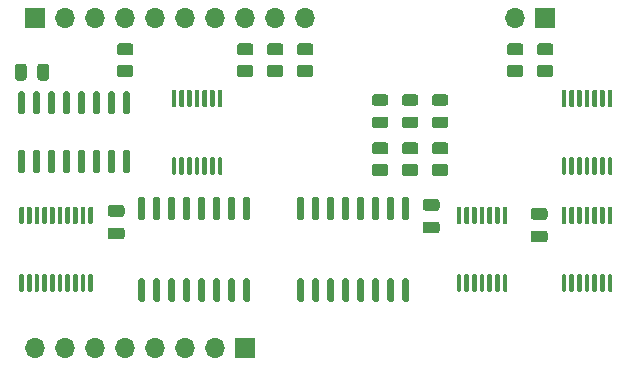
<source format=gbr>
%TF.GenerationSoftware,KiCad,Pcbnew,(5.1.10-1-10_14)*%
%TF.CreationDate,2021-11-15T20:19:36-05:00*%
%TF.ProjectId,interrupts,696e7465-7272-4757-9074-732e6b696361,rev?*%
%TF.SameCoordinates,Original*%
%TF.FileFunction,Soldermask,Top*%
%TF.FilePolarity,Negative*%
%FSLAX46Y46*%
G04 Gerber Fmt 4.6, Leading zero omitted, Abs format (unit mm)*
G04 Created by KiCad (PCBNEW (5.1.10-1-10_14)) date 2021-11-15 20:19:36*
%MOMM*%
%LPD*%
G01*
G04 APERTURE LIST*
%ADD10O,1.700000X1.700000*%
%ADD11R,1.700000X1.700000*%
G04 APERTURE END LIST*
%TO.C,U9*%
G36*
G01*
X160551000Y-100903000D02*
X160251000Y-100903000D01*
G75*
G02*
X160101000Y-100753000I0J150000D01*
G01*
X160101000Y-99078000D01*
G75*
G02*
X160251000Y-98928000I150000J0D01*
G01*
X160551000Y-98928000D01*
G75*
G02*
X160701000Y-99078000I0J-150000D01*
G01*
X160701000Y-100753000D01*
G75*
G02*
X160551000Y-100903000I-150000J0D01*
G01*
G37*
G36*
G01*
X161821000Y-100903000D02*
X161521000Y-100903000D01*
G75*
G02*
X161371000Y-100753000I0J150000D01*
G01*
X161371000Y-99078000D01*
G75*
G02*
X161521000Y-98928000I150000J0D01*
G01*
X161821000Y-98928000D01*
G75*
G02*
X161971000Y-99078000I0J-150000D01*
G01*
X161971000Y-100753000D01*
G75*
G02*
X161821000Y-100903000I-150000J0D01*
G01*
G37*
G36*
G01*
X163091000Y-100903000D02*
X162791000Y-100903000D01*
G75*
G02*
X162641000Y-100753000I0J150000D01*
G01*
X162641000Y-99078000D01*
G75*
G02*
X162791000Y-98928000I150000J0D01*
G01*
X163091000Y-98928000D01*
G75*
G02*
X163241000Y-99078000I0J-150000D01*
G01*
X163241000Y-100753000D01*
G75*
G02*
X163091000Y-100903000I-150000J0D01*
G01*
G37*
G36*
G01*
X164361000Y-100903000D02*
X164061000Y-100903000D01*
G75*
G02*
X163911000Y-100753000I0J150000D01*
G01*
X163911000Y-99078000D01*
G75*
G02*
X164061000Y-98928000I150000J0D01*
G01*
X164361000Y-98928000D01*
G75*
G02*
X164511000Y-99078000I0J-150000D01*
G01*
X164511000Y-100753000D01*
G75*
G02*
X164361000Y-100903000I-150000J0D01*
G01*
G37*
G36*
G01*
X165631000Y-100903000D02*
X165331000Y-100903000D01*
G75*
G02*
X165181000Y-100753000I0J150000D01*
G01*
X165181000Y-99078000D01*
G75*
G02*
X165331000Y-98928000I150000J0D01*
G01*
X165631000Y-98928000D01*
G75*
G02*
X165781000Y-99078000I0J-150000D01*
G01*
X165781000Y-100753000D01*
G75*
G02*
X165631000Y-100903000I-150000J0D01*
G01*
G37*
G36*
G01*
X166901000Y-100903000D02*
X166601000Y-100903000D01*
G75*
G02*
X166451000Y-100753000I0J150000D01*
G01*
X166451000Y-99078000D01*
G75*
G02*
X166601000Y-98928000I150000J0D01*
G01*
X166901000Y-98928000D01*
G75*
G02*
X167051000Y-99078000I0J-150000D01*
G01*
X167051000Y-100753000D01*
G75*
G02*
X166901000Y-100903000I-150000J0D01*
G01*
G37*
G36*
G01*
X168171000Y-100903000D02*
X167871000Y-100903000D01*
G75*
G02*
X167721000Y-100753000I0J150000D01*
G01*
X167721000Y-99078000D01*
G75*
G02*
X167871000Y-98928000I150000J0D01*
G01*
X168171000Y-98928000D01*
G75*
G02*
X168321000Y-99078000I0J-150000D01*
G01*
X168321000Y-100753000D01*
G75*
G02*
X168171000Y-100903000I-150000J0D01*
G01*
G37*
G36*
G01*
X169441000Y-100903000D02*
X169141000Y-100903000D01*
G75*
G02*
X168991000Y-100753000I0J150000D01*
G01*
X168991000Y-99078000D01*
G75*
G02*
X169141000Y-98928000I150000J0D01*
G01*
X169441000Y-98928000D01*
G75*
G02*
X169591000Y-99078000I0J-150000D01*
G01*
X169591000Y-100753000D01*
G75*
G02*
X169441000Y-100903000I-150000J0D01*
G01*
G37*
G36*
G01*
X169441000Y-107828000D02*
X169141000Y-107828000D01*
G75*
G02*
X168991000Y-107678000I0J150000D01*
G01*
X168991000Y-106003000D01*
G75*
G02*
X169141000Y-105853000I150000J0D01*
G01*
X169441000Y-105853000D01*
G75*
G02*
X169591000Y-106003000I0J-150000D01*
G01*
X169591000Y-107678000D01*
G75*
G02*
X169441000Y-107828000I-150000J0D01*
G01*
G37*
G36*
G01*
X168171000Y-107828000D02*
X167871000Y-107828000D01*
G75*
G02*
X167721000Y-107678000I0J150000D01*
G01*
X167721000Y-106003000D01*
G75*
G02*
X167871000Y-105853000I150000J0D01*
G01*
X168171000Y-105853000D01*
G75*
G02*
X168321000Y-106003000I0J-150000D01*
G01*
X168321000Y-107678000D01*
G75*
G02*
X168171000Y-107828000I-150000J0D01*
G01*
G37*
G36*
G01*
X166901000Y-107828000D02*
X166601000Y-107828000D01*
G75*
G02*
X166451000Y-107678000I0J150000D01*
G01*
X166451000Y-106003000D01*
G75*
G02*
X166601000Y-105853000I150000J0D01*
G01*
X166901000Y-105853000D01*
G75*
G02*
X167051000Y-106003000I0J-150000D01*
G01*
X167051000Y-107678000D01*
G75*
G02*
X166901000Y-107828000I-150000J0D01*
G01*
G37*
G36*
G01*
X165631000Y-107828000D02*
X165331000Y-107828000D01*
G75*
G02*
X165181000Y-107678000I0J150000D01*
G01*
X165181000Y-106003000D01*
G75*
G02*
X165331000Y-105853000I150000J0D01*
G01*
X165631000Y-105853000D01*
G75*
G02*
X165781000Y-106003000I0J-150000D01*
G01*
X165781000Y-107678000D01*
G75*
G02*
X165631000Y-107828000I-150000J0D01*
G01*
G37*
G36*
G01*
X164361000Y-107828000D02*
X164061000Y-107828000D01*
G75*
G02*
X163911000Y-107678000I0J150000D01*
G01*
X163911000Y-106003000D01*
G75*
G02*
X164061000Y-105853000I150000J0D01*
G01*
X164361000Y-105853000D01*
G75*
G02*
X164511000Y-106003000I0J-150000D01*
G01*
X164511000Y-107678000D01*
G75*
G02*
X164361000Y-107828000I-150000J0D01*
G01*
G37*
G36*
G01*
X163091000Y-107828000D02*
X162791000Y-107828000D01*
G75*
G02*
X162641000Y-107678000I0J150000D01*
G01*
X162641000Y-106003000D01*
G75*
G02*
X162791000Y-105853000I150000J0D01*
G01*
X163091000Y-105853000D01*
G75*
G02*
X163241000Y-106003000I0J-150000D01*
G01*
X163241000Y-107678000D01*
G75*
G02*
X163091000Y-107828000I-150000J0D01*
G01*
G37*
G36*
G01*
X161821000Y-107828000D02*
X161521000Y-107828000D01*
G75*
G02*
X161371000Y-107678000I0J150000D01*
G01*
X161371000Y-106003000D01*
G75*
G02*
X161521000Y-105853000I150000J0D01*
G01*
X161821000Y-105853000D01*
G75*
G02*
X161971000Y-106003000I0J-150000D01*
G01*
X161971000Y-107678000D01*
G75*
G02*
X161821000Y-107828000I-150000J0D01*
G01*
G37*
G36*
G01*
X160551000Y-107828000D02*
X160251000Y-107828000D01*
G75*
G02*
X160101000Y-107678000I0J150000D01*
G01*
X160101000Y-106003000D01*
G75*
G02*
X160251000Y-105853000I150000J0D01*
G01*
X160551000Y-105853000D01*
G75*
G02*
X160701000Y-106003000I0J-150000D01*
G01*
X160701000Y-107678000D01*
G75*
G02*
X160551000Y-107828000I-150000J0D01*
G01*
G37*
%TD*%
%TO.C,U8*%
G36*
G01*
X147089000Y-100903000D02*
X146789000Y-100903000D01*
G75*
G02*
X146639000Y-100753000I0J150000D01*
G01*
X146639000Y-99078000D01*
G75*
G02*
X146789000Y-98928000I150000J0D01*
G01*
X147089000Y-98928000D01*
G75*
G02*
X147239000Y-99078000I0J-150000D01*
G01*
X147239000Y-100753000D01*
G75*
G02*
X147089000Y-100903000I-150000J0D01*
G01*
G37*
G36*
G01*
X148359000Y-100903000D02*
X148059000Y-100903000D01*
G75*
G02*
X147909000Y-100753000I0J150000D01*
G01*
X147909000Y-99078000D01*
G75*
G02*
X148059000Y-98928000I150000J0D01*
G01*
X148359000Y-98928000D01*
G75*
G02*
X148509000Y-99078000I0J-150000D01*
G01*
X148509000Y-100753000D01*
G75*
G02*
X148359000Y-100903000I-150000J0D01*
G01*
G37*
G36*
G01*
X149629000Y-100903000D02*
X149329000Y-100903000D01*
G75*
G02*
X149179000Y-100753000I0J150000D01*
G01*
X149179000Y-99078000D01*
G75*
G02*
X149329000Y-98928000I150000J0D01*
G01*
X149629000Y-98928000D01*
G75*
G02*
X149779000Y-99078000I0J-150000D01*
G01*
X149779000Y-100753000D01*
G75*
G02*
X149629000Y-100903000I-150000J0D01*
G01*
G37*
G36*
G01*
X150899000Y-100903000D02*
X150599000Y-100903000D01*
G75*
G02*
X150449000Y-100753000I0J150000D01*
G01*
X150449000Y-99078000D01*
G75*
G02*
X150599000Y-98928000I150000J0D01*
G01*
X150899000Y-98928000D01*
G75*
G02*
X151049000Y-99078000I0J-150000D01*
G01*
X151049000Y-100753000D01*
G75*
G02*
X150899000Y-100903000I-150000J0D01*
G01*
G37*
G36*
G01*
X152169000Y-100903000D02*
X151869000Y-100903000D01*
G75*
G02*
X151719000Y-100753000I0J150000D01*
G01*
X151719000Y-99078000D01*
G75*
G02*
X151869000Y-98928000I150000J0D01*
G01*
X152169000Y-98928000D01*
G75*
G02*
X152319000Y-99078000I0J-150000D01*
G01*
X152319000Y-100753000D01*
G75*
G02*
X152169000Y-100903000I-150000J0D01*
G01*
G37*
G36*
G01*
X153439000Y-100903000D02*
X153139000Y-100903000D01*
G75*
G02*
X152989000Y-100753000I0J150000D01*
G01*
X152989000Y-99078000D01*
G75*
G02*
X153139000Y-98928000I150000J0D01*
G01*
X153439000Y-98928000D01*
G75*
G02*
X153589000Y-99078000I0J-150000D01*
G01*
X153589000Y-100753000D01*
G75*
G02*
X153439000Y-100903000I-150000J0D01*
G01*
G37*
G36*
G01*
X154709000Y-100903000D02*
X154409000Y-100903000D01*
G75*
G02*
X154259000Y-100753000I0J150000D01*
G01*
X154259000Y-99078000D01*
G75*
G02*
X154409000Y-98928000I150000J0D01*
G01*
X154709000Y-98928000D01*
G75*
G02*
X154859000Y-99078000I0J-150000D01*
G01*
X154859000Y-100753000D01*
G75*
G02*
X154709000Y-100903000I-150000J0D01*
G01*
G37*
G36*
G01*
X155979000Y-100903000D02*
X155679000Y-100903000D01*
G75*
G02*
X155529000Y-100753000I0J150000D01*
G01*
X155529000Y-99078000D01*
G75*
G02*
X155679000Y-98928000I150000J0D01*
G01*
X155979000Y-98928000D01*
G75*
G02*
X156129000Y-99078000I0J-150000D01*
G01*
X156129000Y-100753000D01*
G75*
G02*
X155979000Y-100903000I-150000J0D01*
G01*
G37*
G36*
G01*
X155979000Y-107828000D02*
X155679000Y-107828000D01*
G75*
G02*
X155529000Y-107678000I0J150000D01*
G01*
X155529000Y-106003000D01*
G75*
G02*
X155679000Y-105853000I150000J0D01*
G01*
X155979000Y-105853000D01*
G75*
G02*
X156129000Y-106003000I0J-150000D01*
G01*
X156129000Y-107678000D01*
G75*
G02*
X155979000Y-107828000I-150000J0D01*
G01*
G37*
G36*
G01*
X154709000Y-107828000D02*
X154409000Y-107828000D01*
G75*
G02*
X154259000Y-107678000I0J150000D01*
G01*
X154259000Y-106003000D01*
G75*
G02*
X154409000Y-105853000I150000J0D01*
G01*
X154709000Y-105853000D01*
G75*
G02*
X154859000Y-106003000I0J-150000D01*
G01*
X154859000Y-107678000D01*
G75*
G02*
X154709000Y-107828000I-150000J0D01*
G01*
G37*
G36*
G01*
X153439000Y-107828000D02*
X153139000Y-107828000D01*
G75*
G02*
X152989000Y-107678000I0J150000D01*
G01*
X152989000Y-106003000D01*
G75*
G02*
X153139000Y-105853000I150000J0D01*
G01*
X153439000Y-105853000D01*
G75*
G02*
X153589000Y-106003000I0J-150000D01*
G01*
X153589000Y-107678000D01*
G75*
G02*
X153439000Y-107828000I-150000J0D01*
G01*
G37*
G36*
G01*
X152169000Y-107828000D02*
X151869000Y-107828000D01*
G75*
G02*
X151719000Y-107678000I0J150000D01*
G01*
X151719000Y-106003000D01*
G75*
G02*
X151869000Y-105853000I150000J0D01*
G01*
X152169000Y-105853000D01*
G75*
G02*
X152319000Y-106003000I0J-150000D01*
G01*
X152319000Y-107678000D01*
G75*
G02*
X152169000Y-107828000I-150000J0D01*
G01*
G37*
G36*
G01*
X150899000Y-107828000D02*
X150599000Y-107828000D01*
G75*
G02*
X150449000Y-107678000I0J150000D01*
G01*
X150449000Y-106003000D01*
G75*
G02*
X150599000Y-105853000I150000J0D01*
G01*
X150899000Y-105853000D01*
G75*
G02*
X151049000Y-106003000I0J-150000D01*
G01*
X151049000Y-107678000D01*
G75*
G02*
X150899000Y-107828000I-150000J0D01*
G01*
G37*
G36*
G01*
X149629000Y-107828000D02*
X149329000Y-107828000D01*
G75*
G02*
X149179000Y-107678000I0J150000D01*
G01*
X149179000Y-106003000D01*
G75*
G02*
X149329000Y-105853000I150000J0D01*
G01*
X149629000Y-105853000D01*
G75*
G02*
X149779000Y-106003000I0J-150000D01*
G01*
X149779000Y-107678000D01*
G75*
G02*
X149629000Y-107828000I-150000J0D01*
G01*
G37*
G36*
G01*
X148359000Y-107828000D02*
X148059000Y-107828000D01*
G75*
G02*
X147909000Y-107678000I0J150000D01*
G01*
X147909000Y-106003000D01*
G75*
G02*
X148059000Y-105853000I150000J0D01*
G01*
X148359000Y-105853000D01*
G75*
G02*
X148509000Y-106003000I0J-150000D01*
G01*
X148509000Y-107678000D01*
G75*
G02*
X148359000Y-107828000I-150000J0D01*
G01*
G37*
G36*
G01*
X147089000Y-107828000D02*
X146789000Y-107828000D01*
G75*
G02*
X146639000Y-107678000I0J150000D01*
G01*
X146639000Y-106003000D01*
G75*
G02*
X146789000Y-105853000I150000J0D01*
G01*
X147089000Y-105853000D01*
G75*
G02*
X147239000Y-106003000I0J-150000D01*
G01*
X147239000Y-107678000D01*
G75*
G02*
X147089000Y-107828000I-150000J0D01*
G01*
G37*
%TD*%
%TO.C,U13*%
G36*
G01*
X149788000Y-91347000D02*
X149588000Y-91347000D01*
G75*
G02*
X149488000Y-91247000I0J100000D01*
G01*
X149488000Y-89972000D01*
G75*
G02*
X149588000Y-89872000I100000J0D01*
G01*
X149788000Y-89872000D01*
G75*
G02*
X149888000Y-89972000I0J-100000D01*
G01*
X149888000Y-91247000D01*
G75*
G02*
X149788000Y-91347000I-100000J0D01*
G01*
G37*
G36*
G01*
X150438000Y-91347000D02*
X150238000Y-91347000D01*
G75*
G02*
X150138000Y-91247000I0J100000D01*
G01*
X150138000Y-89972000D01*
G75*
G02*
X150238000Y-89872000I100000J0D01*
G01*
X150438000Y-89872000D01*
G75*
G02*
X150538000Y-89972000I0J-100000D01*
G01*
X150538000Y-91247000D01*
G75*
G02*
X150438000Y-91347000I-100000J0D01*
G01*
G37*
G36*
G01*
X151088000Y-91347000D02*
X150888000Y-91347000D01*
G75*
G02*
X150788000Y-91247000I0J100000D01*
G01*
X150788000Y-89972000D01*
G75*
G02*
X150888000Y-89872000I100000J0D01*
G01*
X151088000Y-89872000D01*
G75*
G02*
X151188000Y-89972000I0J-100000D01*
G01*
X151188000Y-91247000D01*
G75*
G02*
X151088000Y-91347000I-100000J0D01*
G01*
G37*
G36*
G01*
X151738000Y-91347000D02*
X151538000Y-91347000D01*
G75*
G02*
X151438000Y-91247000I0J100000D01*
G01*
X151438000Y-89972000D01*
G75*
G02*
X151538000Y-89872000I100000J0D01*
G01*
X151738000Y-89872000D01*
G75*
G02*
X151838000Y-89972000I0J-100000D01*
G01*
X151838000Y-91247000D01*
G75*
G02*
X151738000Y-91347000I-100000J0D01*
G01*
G37*
G36*
G01*
X152388000Y-91347000D02*
X152188000Y-91347000D01*
G75*
G02*
X152088000Y-91247000I0J100000D01*
G01*
X152088000Y-89972000D01*
G75*
G02*
X152188000Y-89872000I100000J0D01*
G01*
X152388000Y-89872000D01*
G75*
G02*
X152488000Y-89972000I0J-100000D01*
G01*
X152488000Y-91247000D01*
G75*
G02*
X152388000Y-91347000I-100000J0D01*
G01*
G37*
G36*
G01*
X153038000Y-91347000D02*
X152838000Y-91347000D01*
G75*
G02*
X152738000Y-91247000I0J100000D01*
G01*
X152738000Y-89972000D01*
G75*
G02*
X152838000Y-89872000I100000J0D01*
G01*
X153038000Y-89872000D01*
G75*
G02*
X153138000Y-89972000I0J-100000D01*
G01*
X153138000Y-91247000D01*
G75*
G02*
X153038000Y-91347000I-100000J0D01*
G01*
G37*
G36*
G01*
X153688000Y-91347000D02*
X153488000Y-91347000D01*
G75*
G02*
X153388000Y-91247000I0J100000D01*
G01*
X153388000Y-89972000D01*
G75*
G02*
X153488000Y-89872000I100000J0D01*
G01*
X153688000Y-89872000D01*
G75*
G02*
X153788000Y-89972000I0J-100000D01*
G01*
X153788000Y-91247000D01*
G75*
G02*
X153688000Y-91347000I-100000J0D01*
G01*
G37*
G36*
G01*
X153688000Y-97072000D02*
X153488000Y-97072000D01*
G75*
G02*
X153388000Y-96972000I0J100000D01*
G01*
X153388000Y-95697000D01*
G75*
G02*
X153488000Y-95597000I100000J0D01*
G01*
X153688000Y-95597000D01*
G75*
G02*
X153788000Y-95697000I0J-100000D01*
G01*
X153788000Y-96972000D01*
G75*
G02*
X153688000Y-97072000I-100000J0D01*
G01*
G37*
G36*
G01*
X153038000Y-97072000D02*
X152838000Y-97072000D01*
G75*
G02*
X152738000Y-96972000I0J100000D01*
G01*
X152738000Y-95697000D01*
G75*
G02*
X152838000Y-95597000I100000J0D01*
G01*
X153038000Y-95597000D01*
G75*
G02*
X153138000Y-95697000I0J-100000D01*
G01*
X153138000Y-96972000D01*
G75*
G02*
X153038000Y-97072000I-100000J0D01*
G01*
G37*
G36*
G01*
X152388000Y-97072000D02*
X152188000Y-97072000D01*
G75*
G02*
X152088000Y-96972000I0J100000D01*
G01*
X152088000Y-95697000D01*
G75*
G02*
X152188000Y-95597000I100000J0D01*
G01*
X152388000Y-95597000D01*
G75*
G02*
X152488000Y-95697000I0J-100000D01*
G01*
X152488000Y-96972000D01*
G75*
G02*
X152388000Y-97072000I-100000J0D01*
G01*
G37*
G36*
G01*
X151738000Y-97072000D02*
X151538000Y-97072000D01*
G75*
G02*
X151438000Y-96972000I0J100000D01*
G01*
X151438000Y-95697000D01*
G75*
G02*
X151538000Y-95597000I100000J0D01*
G01*
X151738000Y-95597000D01*
G75*
G02*
X151838000Y-95697000I0J-100000D01*
G01*
X151838000Y-96972000D01*
G75*
G02*
X151738000Y-97072000I-100000J0D01*
G01*
G37*
G36*
G01*
X151088000Y-97072000D02*
X150888000Y-97072000D01*
G75*
G02*
X150788000Y-96972000I0J100000D01*
G01*
X150788000Y-95697000D01*
G75*
G02*
X150888000Y-95597000I100000J0D01*
G01*
X151088000Y-95597000D01*
G75*
G02*
X151188000Y-95697000I0J-100000D01*
G01*
X151188000Y-96972000D01*
G75*
G02*
X151088000Y-97072000I-100000J0D01*
G01*
G37*
G36*
G01*
X150438000Y-97072000D02*
X150238000Y-97072000D01*
G75*
G02*
X150138000Y-96972000I0J100000D01*
G01*
X150138000Y-95697000D01*
G75*
G02*
X150238000Y-95597000I100000J0D01*
G01*
X150438000Y-95597000D01*
G75*
G02*
X150538000Y-95697000I0J-100000D01*
G01*
X150538000Y-96972000D01*
G75*
G02*
X150438000Y-97072000I-100000J0D01*
G01*
G37*
G36*
G01*
X149788000Y-97072000D02*
X149588000Y-97072000D01*
G75*
G02*
X149488000Y-96972000I0J100000D01*
G01*
X149488000Y-95697000D01*
G75*
G02*
X149588000Y-95597000I100000J0D01*
G01*
X149788000Y-95597000D01*
G75*
G02*
X149888000Y-95697000I0J-100000D01*
G01*
X149888000Y-96972000D01*
G75*
G02*
X149788000Y-97072000I-100000J0D01*
G01*
G37*
%TD*%
%TO.C,C4*%
G36*
G01*
X138118000Y-88867000D02*
X138118000Y-87917000D01*
G75*
G02*
X138368000Y-87667000I250000J0D01*
G01*
X138868000Y-87667000D01*
G75*
G02*
X139118000Y-87917000I0J-250000D01*
G01*
X139118000Y-88867000D01*
G75*
G02*
X138868000Y-89117000I-250000J0D01*
G01*
X138368000Y-89117000D01*
G75*
G02*
X138118000Y-88867000I0J250000D01*
G01*
G37*
G36*
G01*
X136218000Y-88867000D02*
X136218000Y-87917000D01*
G75*
G02*
X136468000Y-87667000I250000J0D01*
G01*
X136968000Y-87667000D01*
G75*
G02*
X137218000Y-87917000I0J-250000D01*
G01*
X137218000Y-88867000D01*
G75*
G02*
X136968000Y-89117000I-250000J0D01*
G01*
X136468000Y-89117000D01*
G75*
G02*
X136218000Y-88867000I0J250000D01*
G01*
G37*
%TD*%
%TO.C,C3*%
G36*
G01*
X180119000Y-101796000D02*
X181069000Y-101796000D01*
G75*
G02*
X181319000Y-102046000I0J-250000D01*
G01*
X181319000Y-102546000D01*
G75*
G02*
X181069000Y-102796000I-250000J0D01*
G01*
X180119000Y-102796000D01*
G75*
G02*
X179869000Y-102546000I0J250000D01*
G01*
X179869000Y-102046000D01*
G75*
G02*
X180119000Y-101796000I250000J0D01*
G01*
G37*
G36*
G01*
X180119000Y-99896000D02*
X181069000Y-99896000D01*
G75*
G02*
X181319000Y-100146000I0J-250000D01*
G01*
X181319000Y-100646000D01*
G75*
G02*
X181069000Y-100896000I-250000J0D01*
G01*
X180119000Y-100896000D01*
G75*
G02*
X179869000Y-100646000I0J250000D01*
G01*
X179869000Y-100146000D01*
G75*
G02*
X180119000Y-99896000I250000J0D01*
G01*
G37*
%TD*%
%TO.C,C2*%
G36*
G01*
X144305000Y-101542000D02*
X145255000Y-101542000D01*
G75*
G02*
X145505000Y-101792000I0J-250000D01*
G01*
X145505000Y-102292000D01*
G75*
G02*
X145255000Y-102542000I-250000J0D01*
G01*
X144305000Y-102542000D01*
G75*
G02*
X144055000Y-102292000I0J250000D01*
G01*
X144055000Y-101792000D01*
G75*
G02*
X144305000Y-101542000I250000J0D01*
G01*
G37*
G36*
G01*
X144305000Y-99642000D02*
X145255000Y-99642000D01*
G75*
G02*
X145505000Y-99892000I0J-250000D01*
G01*
X145505000Y-100392000D01*
G75*
G02*
X145255000Y-100642000I-250000J0D01*
G01*
X144305000Y-100642000D01*
G75*
G02*
X144055000Y-100392000I0J250000D01*
G01*
X144055000Y-99892000D01*
G75*
G02*
X144305000Y-99642000I250000J0D01*
G01*
G37*
%TD*%
%TO.C,C1*%
G36*
G01*
X170975000Y-101034000D02*
X171925000Y-101034000D01*
G75*
G02*
X172175000Y-101284000I0J-250000D01*
G01*
X172175000Y-101784000D01*
G75*
G02*
X171925000Y-102034000I-250000J0D01*
G01*
X170975000Y-102034000D01*
G75*
G02*
X170725000Y-101784000I0J250000D01*
G01*
X170725000Y-101284000D01*
G75*
G02*
X170975000Y-101034000I250000J0D01*
G01*
G37*
G36*
G01*
X170975000Y-99134000D02*
X171925000Y-99134000D01*
G75*
G02*
X172175000Y-99384000I0J-250000D01*
G01*
X172175000Y-99884000D01*
G75*
G02*
X171925000Y-100134000I-250000J0D01*
G01*
X170975000Y-100134000D01*
G75*
G02*
X170725000Y-99884000I0J250000D01*
G01*
X170725000Y-99384000D01*
G75*
G02*
X170975000Y-99134000I250000J0D01*
G01*
G37*
%TD*%
%TO.C,R9*%
G36*
G01*
X145091998Y-87776000D02*
X145992002Y-87776000D01*
G75*
G02*
X146242000Y-88025998I0J-249998D01*
G01*
X146242000Y-88551002D01*
G75*
G02*
X145992002Y-88801000I-249998J0D01*
G01*
X145091998Y-88801000D01*
G75*
G02*
X144842000Y-88551002I0J249998D01*
G01*
X144842000Y-88025998D01*
G75*
G02*
X145091998Y-87776000I249998J0D01*
G01*
G37*
G36*
G01*
X145091998Y-85951000D02*
X145992002Y-85951000D01*
G75*
G02*
X146242000Y-86200998I0J-249998D01*
G01*
X146242000Y-86726002D01*
G75*
G02*
X145992002Y-86976000I-249998J0D01*
G01*
X145091998Y-86976000D01*
G75*
G02*
X144842000Y-86726002I0J249998D01*
G01*
X144842000Y-86200998D01*
G75*
G02*
X145091998Y-85951000I249998J0D01*
G01*
G37*
%TD*%
%TO.C,R8*%
G36*
G01*
X178111998Y-87776000D02*
X179012002Y-87776000D01*
G75*
G02*
X179262000Y-88025998I0J-249998D01*
G01*
X179262000Y-88551002D01*
G75*
G02*
X179012002Y-88801000I-249998J0D01*
G01*
X178111998Y-88801000D01*
G75*
G02*
X177862000Y-88551002I0J249998D01*
G01*
X177862000Y-88025998D01*
G75*
G02*
X178111998Y-87776000I249998J0D01*
G01*
G37*
G36*
G01*
X178111998Y-85951000D02*
X179012002Y-85951000D01*
G75*
G02*
X179262000Y-86200998I0J-249998D01*
G01*
X179262000Y-86726002D01*
G75*
G02*
X179012002Y-86976000I-249998J0D01*
G01*
X178111998Y-86976000D01*
G75*
G02*
X177862000Y-86726002I0J249998D01*
G01*
X177862000Y-86200998D01*
G75*
G02*
X178111998Y-85951000I249998J0D01*
G01*
G37*
%TD*%
%TO.C,R7*%
G36*
G01*
X180651998Y-87776000D02*
X181552002Y-87776000D01*
G75*
G02*
X181802000Y-88025998I0J-249998D01*
G01*
X181802000Y-88551002D01*
G75*
G02*
X181552002Y-88801000I-249998J0D01*
G01*
X180651998Y-88801000D01*
G75*
G02*
X180402000Y-88551002I0J249998D01*
G01*
X180402000Y-88025998D01*
G75*
G02*
X180651998Y-87776000I249998J0D01*
G01*
G37*
G36*
G01*
X180651998Y-85951000D02*
X181552002Y-85951000D01*
G75*
G02*
X181802000Y-86200998I0J-249998D01*
G01*
X181802000Y-86726002D01*
G75*
G02*
X181552002Y-86976000I-249998J0D01*
G01*
X180651998Y-86976000D01*
G75*
G02*
X180402000Y-86726002I0J249998D01*
G01*
X180402000Y-86200998D01*
G75*
G02*
X180651998Y-85951000I249998J0D01*
G01*
G37*
%TD*%
%TO.C,R6*%
G36*
G01*
X155251998Y-87776000D02*
X156152002Y-87776000D01*
G75*
G02*
X156402000Y-88025998I0J-249998D01*
G01*
X156402000Y-88551002D01*
G75*
G02*
X156152002Y-88801000I-249998J0D01*
G01*
X155251998Y-88801000D01*
G75*
G02*
X155002000Y-88551002I0J249998D01*
G01*
X155002000Y-88025998D01*
G75*
G02*
X155251998Y-87776000I249998J0D01*
G01*
G37*
G36*
G01*
X155251998Y-85951000D02*
X156152002Y-85951000D01*
G75*
G02*
X156402000Y-86200998I0J-249998D01*
G01*
X156402000Y-86726002D01*
G75*
G02*
X156152002Y-86976000I-249998J0D01*
G01*
X155251998Y-86976000D01*
G75*
G02*
X155002000Y-86726002I0J249998D01*
G01*
X155002000Y-86200998D01*
G75*
G02*
X155251998Y-85951000I249998J0D01*
G01*
G37*
%TD*%
%TO.C,R5*%
G36*
G01*
X157791998Y-87776000D02*
X158692002Y-87776000D01*
G75*
G02*
X158942000Y-88025998I0J-249998D01*
G01*
X158942000Y-88551002D01*
G75*
G02*
X158692002Y-88801000I-249998J0D01*
G01*
X157791998Y-88801000D01*
G75*
G02*
X157542000Y-88551002I0J249998D01*
G01*
X157542000Y-88025998D01*
G75*
G02*
X157791998Y-87776000I249998J0D01*
G01*
G37*
G36*
G01*
X157791998Y-85951000D02*
X158692002Y-85951000D01*
G75*
G02*
X158942000Y-86200998I0J-249998D01*
G01*
X158942000Y-86726002D01*
G75*
G02*
X158692002Y-86976000I-249998J0D01*
G01*
X157791998Y-86976000D01*
G75*
G02*
X157542000Y-86726002I0J249998D01*
G01*
X157542000Y-86200998D01*
G75*
G02*
X157791998Y-85951000I249998J0D01*
G01*
G37*
%TD*%
%TO.C,R4*%
G36*
G01*
X160331998Y-87776000D02*
X161232002Y-87776000D01*
G75*
G02*
X161482000Y-88025998I0J-249998D01*
G01*
X161482000Y-88551002D01*
G75*
G02*
X161232002Y-88801000I-249998J0D01*
G01*
X160331998Y-88801000D01*
G75*
G02*
X160082000Y-88551002I0J249998D01*
G01*
X160082000Y-88025998D01*
G75*
G02*
X160331998Y-87776000I249998J0D01*
G01*
G37*
G36*
G01*
X160331998Y-85951000D02*
X161232002Y-85951000D01*
G75*
G02*
X161482000Y-86200998I0J-249998D01*
G01*
X161482000Y-86726002D01*
G75*
G02*
X161232002Y-86976000I-249998J0D01*
G01*
X160331998Y-86976000D01*
G75*
G02*
X160082000Y-86726002I0J249998D01*
G01*
X160082000Y-86200998D01*
G75*
G02*
X160331998Y-85951000I249998J0D01*
G01*
G37*
%TD*%
%TO.C,R3*%
G36*
G01*
X171761998Y-96158000D02*
X172662002Y-96158000D01*
G75*
G02*
X172912000Y-96407998I0J-249998D01*
G01*
X172912000Y-96933002D01*
G75*
G02*
X172662002Y-97183000I-249998J0D01*
G01*
X171761998Y-97183000D01*
G75*
G02*
X171512000Y-96933002I0J249998D01*
G01*
X171512000Y-96407998D01*
G75*
G02*
X171761998Y-96158000I249998J0D01*
G01*
G37*
G36*
G01*
X171761998Y-94333000D02*
X172662002Y-94333000D01*
G75*
G02*
X172912000Y-94582998I0J-249998D01*
G01*
X172912000Y-95108002D01*
G75*
G02*
X172662002Y-95358000I-249998J0D01*
G01*
X171761998Y-95358000D01*
G75*
G02*
X171512000Y-95108002I0J249998D01*
G01*
X171512000Y-94582998D01*
G75*
G02*
X171761998Y-94333000I249998J0D01*
G01*
G37*
%TD*%
%TO.C,R2*%
G36*
G01*
X169221998Y-96158000D02*
X170122002Y-96158000D01*
G75*
G02*
X170372000Y-96407998I0J-249998D01*
G01*
X170372000Y-96933002D01*
G75*
G02*
X170122002Y-97183000I-249998J0D01*
G01*
X169221998Y-97183000D01*
G75*
G02*
X168972000Y-96933002I0J249998D01*
G01*
X168972000Y-96407998D01*
G75*
G02*
X169221998Y-96158000I249998J0D01*
G01*
G37*
G36*
G01*
X169221998Y-94333000D02*
X170122002Y-94333000D01*
G75*
G02*
X170372000Y-94582998I0J-249998D01*
G01*
X170372000Y-95108002D01*
G75*
G02*
X170122002Y-95358000I-249998J0D01*
G01*
X169221998Y-95358000D01*
G75*
G02*
X168972000Y-95108002I0J249998D01*
G01*
X168972000Y-94582998D01*
G75*
G02*
X169221998Y-94333000I249998J0D01*
G01*
G37*
%TD*%
%TO.C,R1*%
G36*
G01*
X166681998Y-96158000D02*
X167582002Y-96158000D01*
G75*
G02*
X167832000Y-96407998I0J-249998D01*
G01*
X167832000Y-96933002D01*
G75*
G02*
X167582002Y-97183000I-249998J0D01*
G01*
X166681998Y-97183000D01*
G75*
G02*
X166432000Y-96933002I0J249998D01*
G01*
X166432000Y-96407998D01*
G75*
G02*
X166681998Y-96158000I249998J0D01*
G01*
G37*
G36*
G01*
X166681998Y-94333000D02*
X167582002Y-94333000D01*
G75*
G02*
X167832000Y-94582998I0J-249998D01*
G01*
X167832000Y-95108002D01*
G75*
G02*
X167582002Y-95358000I-249998J0D01*
G01*
X166681998Y-95358000D01*
G75*
G02*
X166432000Y-95108002I0J249998D01*
G01*
X166432000Y-94582998D01*
G75*
G02*
X166681998Y-94333000I249998J0D01*
G01*
G37*
%TD*%
%TO.C,D3*%
G36*
G01*
X172668250Y-91244000D02*
X171755750Y-91244000D01*
G75*
G02*
X171512000Y-91000250I0J243750D01*
G01*
X171512000Y-90512750D01*
G75*
G02*
X171755750Y-90269000I243750J0D01*
G01*
X172668250Y-90269000D01*
G75*
G02*
X172912000Y-90512750I0J-243750D01*
G01*
X172912000Y-91000250D01*
G75*
G02*
X172668250Y-91244000I-243750J0D01*
G01*
G37*
G36*
G01*
X172668250Y-93119000D02*
X171755750Y-93119000D01*
G75*
G02*
X171512000Y-92875250I0J243750D01*
G01*
X171512000Y-92387750D01*
G75*
G02*
X171755750Y-92144000I243750J0D01*
G01*
X172668250Y-92144000D01*
G75*
G02*
X172912000Y-92387750I0J-243750D01*
G01*
X172912000Y-92875250D01*
G75*
G02*
X172668250Y-93119000I-243750J0D01*
G01*
G37*
%TD*%
%TO.C,D2*%
G36*
G01*
X170128250Y-91244000D02*
X169215750Y-91244000D01*
G75*
G02*
X168972000Y-91000250I0J243750D01*
G01*
X168972000Y-90512750D01*
G75*
G02*
X169215750Y-90269000I243750J0D01*
G01*
X170128250Y-90269000D01*
G75*
G02*
X170372000Y-90512750I0J-243750D01*
G01*
X170372000Y-91000250D01*
G75*
G02*
X170128250Y-91244000I-243750J0D01*
G01*
G37*
G36*
G01*
X170128250Y-93119000D02*
X169215750Y-93119000D01*
G75*
G02*
X168972000Y-92875250I0J243750D01*
G01*
X168972000Y-92387750D01*
G75*
G02*
X169215750Y-92144000I243750J0D01*
G01*
X170128250Y-92144000D01*
G75*
G02*
X170372000Y-92387750I0J-243750D01*
G01*
X170372000Y-92875250D01*
G75*
G02*
X170128250Y-93119000I-243750J0D01*
G01*
G37*
%TD*%
%TO.C,D1*%
G36*
G01*
X167588250Y-91244000D02*
X166675750Y-91244000D01*
G75*
G02*
X166432000Y-91000250I0J243750D01*
G01*
X166432000Y-90512750D01*
G75*
G02*
X166675750Y-90269000I243750J0D01*
G01*
X167588250Y-90269000D01*
G75*
G02*
X167832000Y-90512750I0J-243750D01*
G01*
X167832000Y-91000250D01*
G75*
G02*
X167588250Y-91244000I-243750J0D01*
G01*
G37*
G36*
G01*
X167588250Y-93119000D02*
X166675750Y-93119000D01*
G75*
G02*
X166432000Y-92875250I0J243750D01*
G01*
X166432000Y-92387750D01*
G75*
G02*
X166675750Y-92144000I243750J0D01*
G01*
X167588250Y-92144000D01*
G75*
G02*
X167832000Y-92387750I0J-243750D01*
G01*
X167832000Y-92875250D01*
G75*
G02*
X167588250Y-93119000I-243750J0D01*
G01*
G37*
%TD*%
%TO.C,U12*%
G36*
G01*
X182808000Y-91347000D02*
X182608000Y-91347000D01*
G75*
G02*
X182508000Y-91247000I0J100000D01*
G01*
X182508000Y-89972000D01*
G75*
G02*
X182608000Y-89872000I100000J0D01*
G01*
X182808000Y-89872000D01*
G75*
G02*
X182908000Y-89972000I0J-100000D01*
G01*
X182908000Y-91247000D01*
G75*
G02*
X182808000Y-91347000I-100000J0D01*
G01*
G37*
G36*
G01*
X183458000Y-91347000D02*
X183258000Y-91347000D01*
G75*
G02*
X183158000Y-91247000I0J100000D01*
G01*
X183158000Y-89972000D01*
G75*
G02*
X183258000Y-89872000I100000J0D01*
G01*
X183458000Y-89872000D01*
G75*
G02*
X183558000Y-89972000I0J-100000D01*
G01*
X183558000Y-91247000D01*
G75*
G02*
X183458000Y-91347000I-100000J0D01*
G01*
G37*
G36*
G01*
X184108000Y-91347000D02*
X183908000Y-91347000D01*
G75*
G02*
X183808000Y-91247000I0J100000D01*
G01*
X183808000Y-89972000D01*
G75*
G02*
X183908000Y-89872000I100000J0D01*
G01*
X184108000Y-89872000D01*
G75*
G02*
X184208000Y-89972000I0J-100000D01*
G01*
X184208000Y-91247000D01*
G75*
G02*
X184108000Y-91347000I-100000J0D01*
G01*
G37*
G36*
G01*
X184758000Y-91347000D02*
X184558000Y-91347000D01*
G75*
G02*
X184458000Y-91247000I0J100000D01*
G01*
X184458000Y-89972000D01*
G75*
G02*
X184558000Y-89872000I100000J0D01*
G01*
X184758000Y-89872000D01*
G75*
G02*
X184858000Y-89972000I0J-100000D01*
G01*
X184858000Y-91247000D01*
G75*
G02*
X184758000Y-91347000I-100000J0D01*
G01*
G37*
G36*
G01*
X185408000Y-91347000D02*
X185208000Y-91347000D01*
G75*
G02*
X185108000Y-91247000I0J100000D01*
G01*
X185108000Y-89972000D01*
G75*
G02*
X185208000Y-89872000I100000J0D01*
G01*
X185408000Y-89872000D01*
G75*
G02*
X185508000Y-89972000I0J-100000D01*
G01*
X185508000Y-91247000D01*
G75*
G02*
X185408000Y-91347000I-100000J0D01*
G01*
G37*
G36*
G01*
X186058000Y-91347000D02*
X185858000Y-91347000D01*
G75*
G02*
X185758000Y-91247000I0J100000D01*
G01*
X185758000Y-89972000D01*
G75*
G02*
X185858000Y-89872000I100000J0D01*
G01*
X186058000Y-89872000D01*
G75*
G02*
X186158000Y-89972000I0J-100000D01*
G01*
X186158000Y-91247000D01*
G75*
G02*
X186058000Y-91347000I-100000J0D01*
G01*
G37*
G36*
G01*
X186708000Y-91347000D02*
X186508000Y-91347000D01*
G75*
G02*
X186408000Y-91247000I0J100000D01*
G01*
X186408000Y-89972000D01*
G75*
G02*
X186508000Y-89872000I100000J0D01*
G01*
X186708000Y-89872000D01*
G75*
G02*
X186808000Y-89972000I0J-100000D01*
G01*
X186808000Y-91247000D01*
G75*
G02*
X186708000Y-91347000I-100000J0D01*
G01*
G37*
G36*
G01*
X186708000Y-97072000D02*
X186508000Y-97072000D01*
G75*
G02*
X186408000Y-96972000I0J100000D01*
G01*
X186408000Y-95697000D01*
G75*
G02*
X186508000Y-95597000I100000J0D01*
G01*
X186708000Y-95597000D01*
G75*
G02*
X186808000Y-95697000I0J-100000D01*
G01*
X186808000Y-96972000D01*
G75*
G02*
X186708000Y-97072000I-100000J0D01*
G01*
G37*
G36*
G01*
X186058000Y-97072000D02*
X185858000Y-97072000D01*
G75*
G02*
X185758000Y-96972000I0J100000D01*
G01*
X185758000Y-95697000D01*
G75*
G02*
X185858000Y-95597000I100000J0D01*
G01*
X186058000Y-95597000D01*
G75*
G02*
X186158000Y-95697000I0J-100000D01*
G01*
X186158000Y-96972000D01*
G75*
G02*
X186058000Y-97072000I-100000J0D01*
G01*
G37*
G36*
G01*
X185408000Y-97072000D02*
X185208000Y-97072000D01*
G75*
G02*
X185108000Y-96972000I0J100000D01*
G01*
X185108000Y-95697000D01*
G75*
G02*
X185208000Y-95597000I100000J0D01*
G01*
X185408000Y-95597000D01*
G75*
G02*
X185508000Y-95697000I0J-100000D01*
G01*
X185508000Y-96972000D01*
G75*
G02*
X185408000Y-97072000I-100000J0D01*
G01*
G37*
G36*
G01*
X184758000Y-97072000D02*
X184558000Y-97072000D01*
G75*
G02*
X184458000Y-96972000I0J100000D01*
G01*
X184458000Y-95697000D01*
G75*
G02*
X184558000Y-95597000I100000J0D01*
G01*
X184758000Y-95597000D01*
G75*
G02*
X184858000Y-95697000I0J-100000D01*
G01*
X184858000Y-96972000D01*
G75*
G02*
X184758000Y-97072000I-100000J0D01*
G01*
G37*
G36*
G01*
X184108000Y-97072000D02*
X183908000Y-97072000D01*
G75*
G02*
X183808000Y-96972000I0J100000D01*
G01*
X183808000Y-95697000D01*
G75*
G02*
X183908000Y-95597000I100000J0D01*
G01*
X184108000Y-95597000D01*
G75*
G02*
X184208000Y-95697000I0J-100000D01*
G01*
X184208000Y-96972000D01*
G75*
G02*
X184108000Y-97072000I-100000J0D01*
G01*
G37*
G36*
G01*
X183458000Y-97072000D02*
X183258000Y-97072000D01*
G75*
G02*
X183158000Y-96972000I0J100000D01*
G01*
X183158000Y-95697000D01*
G75*
G02*
X183258000Y-95597000I100000J0D01*
G01*
X183458000Y-95597000D01*
G75*
G02*
X183558000Y-95697000I0J-100000D01*
G01*
X183558000Y-96972000D01*
G75*
G02*
X183458000Y-97072000I-100000J0D01*
G01*
G37*
G36*
G01*
X182808000Y-97072000D02*
X182608000Y-97072000D01*
G75*
G02*
X182508000Y-96972000I0J100000D01*
G01*
X182508000Y-95697000D01*
G75*
G02*
X182608000Y-95597000I100000J0D01*
G01*
X182808000Y-95597000D01*
G75*
G02*
X182908000Y-95697000I0J-100000D01*
G01*
X182908000Y-96972000D01*
G75*
G02*
X182808000Y-97072000I-100000J0D01*
G01*
G37*
%TD*%
%TO.C,U11*%
G36*
G01*
X182808000Y-101253000D02*
X182608000Y-101253000D01*
G75*
G02*
X182508000Y-101153000I0J100000D01*
G01*
X182508000Y-99878000D01*
G75*
G02*
X182608000Y-99778000I100000J0D01*
G01*
X182808000Y-99778000D01*
G75*
G02*
X182908000Y-99878000I0J-100000D01*
G01*
X182908000Y-101153000D01*
G75*
G02*
X182808000Y-101253000I-100000J0D01*
G01*
G37*
G36*
G01*
X183458000Y-101253000D02*
X183258000Y-101253000D01*
G75*
G02*
X183158000Y-101153000I0J100000D01*
G01*
X183158000Y-99878000D01*
G75*
G02*
X183258000Y-99778000I100000J0D01*
G01*
X183458000Y-99778000D01*
G75*
G02*
X183558000Y-99878000I0J-100000D01*
G01*
X183558000Y-101153000D01*
G75*
G02*
X183458000Y-101253000I-100000J0D01*
G01*
G37*
G36*
G01*
X184108000Y-101253000D02*
X183908000Y-101253000D01*
G75*
G02*
X183808000Y-101153000I0J100000D01*
G01*
X183808000Y-99878000D01*
G75*
G02*
X183908000Y-99778000I100000J0D01*
G01*
X184108000Y-99778000D01*
G75*
G02*
X184208000Y-99878000I0J-100000D01*
G01*
X184208000Y-101153000D01*
G75*
G02*
X184108000Y-101253000I-100000J0D01*
G01*
G37*
G36*
G01*
X184758000Y-101253000D02*
X184558000Y-101253000D01*
G75*
G02*
X184458000Y-101153000I0J100000D01*
G01*
X184458000Y-99878000D01*
G75*
G02*
X184558000Y-99778000I100000J0D01*
G01*
X184758000Y-99778000D01*
G75*
G02*
X184858000Y-99878000I0J-100000D01*
G01*
X184858000Y-101153000D01*
G75*
G02*
X184758000Y-101253000I-100000J0D01*
G01*
G37*
G36*
G01*
X185408000Y-101253000D02*
X185208000Y-101253000D01*
G75*
G02*
X185108000Y-101153000I0J100000D01*
G01*
X185108000Y-99878000D01*
G75*
G02*
X185208000Y-99778000I100000J0D01*
G01*
X185408000Y-99778000D01*
G75*
G02*
X185508000Y-99878000I0J-100000D01*
G01*
X185508000Y-101153000D01*
G75*
G02*
X185408000Y-101253000I-100000J0D01*
G01*
G37*
G36*
G01*
X186058000Y-101253000D02*
X185858000Y-101253000D01*
G75*
G02*
X185758000Y-101153000I0J100000D01*
G01*
X185758000Y-99878000D01*
G75*
G02*
X185858000Y-99778000I100000J0D01*
G01*
X186058000Y-99778000D01*
G75*
G02*
X186158000Y-99878000I0J-100000D01*
G01*
X186158000Y-101153000D01*
G75*
G02*
X186058000Y-101253000I-100000J0D01*
G01*
G37*
G36*
G01*
X186708000Y-101253000D02*
X186508000Y-101253000D01*
G75*
G02*
X186408000Y-101153000I0J100000D01*
G01*
X186408000Y-99878000D01*
G75*
G02*
X186508000Y-99778000I100000J0D01*
G01*
X186708000Y-99778000D01*
G75*
G02*
X186808000Y-99878000I0J-100000D01*
G01*
X186808000Y-101153000D01*
G75*
G02*
X186708000Y-101253000I-100000J0D01*
G01*
G37*
G36*
G01*
X186708000Y-106978000D02*
X186508000Y-106978000D01*
G75*
G02*
X186408000Y-106878000I0J100000D01*
G01*
X186408000Y-105603000D01*
G75*
G02*
X186508000Y-105503000I100000J0D01*
G01*
X186708000Y-105503000D01*
G75*
G02*
X186808000Y-105603000I0J-100000D01*
G01*
X186808000Y-106878000D01*
G75*
G02*
X186708000Y-106978000I-100000J0D01*
G01*
G37*
G36*
G01*
X186058000Y-106978000D02*
X185858000Y-106978000D01*
G75*
G02*
X185758000Y-106878000I0J100000D01*
G01*
X185758000Y-105603000D01*
G75*
G02*
X185858000Y-105503000I100000J0D01*
G01*
X186058000Y-105503000D01*
G75*
G02*
X186158000Y-105603000I0J-100000D01*
G01*
X186158000Y-106878000D01*
G75*
G02*
X186058000Y-106978000I-100000J0D01*
G01*
G37*
G36*
G01*
X185408000Y-106978000D02*
X185208000Y-106978000D01*
G75*
G02*
X185108000Y-106878000I0J100000D01*
G01*
X185108000Y-105603000D01*
G75*
G02*
X185208000Y-105503000I100000J0D01*
G01*
X185408000Y-105503000D01*
G75*
G02*
X185508000Y-105603000I0J-100000D01*
G01*
X185508000Y-106878000D01*
G75*
G02*
X185408000Y-106978000I-100000J0D01*
G01*
G37*
G36*
G01*
X184758000Y-106978000D02*
X184558000Y-106978000D01*
G75*
G02*
X184458000Y-106878000I0J100000D01*
G01*
X184458000Y-105603000D01*
G75*
G02*
X184558000Y-105503000I100000J0D01*
G01*
X184758000Y-105503000D01*
G75*
G02*
X184858000Y-105603000I0J-100000D01*
G01*
X184858000Y-106878000D01*
G75*
G02*
X184758000Y-106978000I-100000J0D01*
G01*
G37*
G36*
G01*
X184108000Y-106978000D02*
X183908000Y-106978000D01*
G75*
G02*
X183808000Y-106878000I0J100000D01*
G01*
X183808000Y-105603000D01*
G75*
G02*
X183908000Y-105503000I100000J0D01*
G01*
X184108000Y-105503000D01*
G75*
G02*
X184208000Y-105603000I0J-100000D01*
G01*
X184208000Y-106878000D01*
G75*
G02*
X184108000Y-106978000I-100000J0D01*
G01*
G37*
G36*
G01*
X183458000Y-106978000D02*
X183258000Y-106978000D01*
G75*
G02*
X183158000Y-106878000I0J100000D01*
G01*
X183158000Y-105603000D01*
G75*
G02*
X183258000Y-105503000I100000J0D01*
G01*
X183458000Y-105503000D01*
G75*
G02*
X183558000Y-105603000I0J-100000D01*
G01*
X183558000Y-106878000D01*
G75*
G02*
X183458000Y-106978000I-100000J0D01*
G01*
G37*
G36*
G01*
X182808000Y-106978000D02*
X182608000Y-106978000D01*
G75*
G02*
X182508000Y-106878000I0J100000D01*
G01*
X182508000Y-105603000D01*
G75*
G02*
X182608000Y-105503000I100000J0D01*
G01*
X182808000Y-105503000D01*
G75*
G02*
X182908000Y-105603000I0J-100000D01*
G01*
X182908000Y-106878000D01*
G75*
G02*
X182808000Y-106978000I-100000J0D01*
G01*
G37*
%TD*%
%TO.C,U10*%
G36*
G01*
X173918000Y-101253000D02*
X173718000Y-101253000D01*
G75*
G02*
X173618000Y-101153000I0J100000D01*
G01*
X173618000Y-99878000D01*
G75*
G02*
X173718000Y-99778000I100000J0D01*
G01*
X173918000Y-99778000D01*
G75*
G02*
X174018000Y-99878000I0J-100000D01*
G01*
X174018000Y-101153000D01*
G75*
G02*
X173918000Y-101253000I-100000J0D01*
G01*
G37*
G36*
G01*
X174568000Y-101253000D02*
X174368000Y-101253000D01*
G75*
G02*
X174268000Y-101153000I0J100000D01*
G01*
X174268000Y-99878000D01*
G75*
G02*
X174368000Y-99778000I100000J0D01*
G01*
X174568000Y-99778000D01*
G75*
G02*
X174668000Y-99878000I0J-100000D01*
G01*
X174668000Y-101153000D01*
G75*
G02*
X174568000Y-101253000I-100000J0D01*
G01*
G37*
G36*
G01*
X175218000Y-101253000D02*
X175018000Y-101253000D01*
G75*
G02*
X174918000Y-101153000I0J100000D01*
G01*
X174918000Y-99878000D01*
G75*
G02*
X175018000Y-99778000I100000J0D01*
G01*
X175218000Y-99778000D01*
G75*
G02*
X175318000Y-99878000I0J-100000D01*
G01*
X175318000Y-101153000D01*
G75*
G02*
X175218000Y-101253000I-100000J0D01*
G01*
G37*
G36*
G01*
X175868000Y-101253000D02*
X175668000Y-101253000D01*
G75*
G02*
X175568000Y-101153000I0J100000D01*
G01*
X175568000Y-99878000D01*
G75*
G02*
X175668000Y-99778000I100000J0D01*
G01*
X175868000Y-99778000D01*
G75*
G02*
X175968000Y-99878000I0J-100000D01*
G01*
X175968000Y-101153000D01*
G75*
G02*
X175868000Y-101253000I-100000J0D01*
G01*
G37*
G36*
G01*
X176518000Y-101253000D02*
X176318000Y-101253000D01*
G75*
G02*
X176218000Y-101153000I0J100000D01*
G01*
X176218000Y-99878000D01*
G75*
G02*
X176318000Y-99778000I100000J0D01*
G01*
X176518000Y-99778000D01*
G75*
G02*
X176618000Y-99878000I0J-100000D01*
G01*
X176618000Y-101153000D01*
G75*
G02*
X176518000Y-101253000I-100000J0D01*
G01*
G37*
G36*
G01*
X177168000Y-101253000D02*
X176968000Y-101253000D01*
G75*
G02*
X176868000Y-101153000I0J100000D01*
G01*
X176868000Y-99878000D01*
G75*
G02*
X176968000Y-99778000I100000J0D01*
G01*
X177168000Y-99778000D01*
G75*
G02*
X177268000Y-99878000I0J-100000D01*
G01*
X177268000Y-101153000D01*
G75*
G02*
X177168000Y-101253000I-100000J0D01*
G01*
G37*
G36*
G01*
X177818000Y-101253000D02*
X177618000Y-101253000D01*
G75*
G02*
X177518000Y-101153000I0J100000D01*
G01*
X177518000Y-99878000D01*
G75*
G02*
X177618000Y-99778000I100000J0D01*
G01*
X177818000Y-99778000D01*
G75*
G02*
X177918000Y-99878000I0J-100000D01*
G01*
X177918000Y-101153000D01*
G75*
G02*
X177818000Y-101253000I-100000J0D01*
G01*
G37*
G36*
G01*
X177818000Y-106978000D02*
X177618000Y-106978000D01*
G75*
G02*
X177518000Y-106878000I0J100000D01*
G01*
X177518000Y-105603000D01*
G75*
G02*
X177618000Y-105503000I100000J0D01*
G01*
X177818000Y-105503000D01*
G75*
G02*
X177918000Y-105603000I0J-100000D01*
G01*
X177918000Y-106878000D01*
G75*
G02*
X177818000Y-106978000I-100000J0D01*
G01*
G37*
G36*
G01*
X177168000Y-106978000D02*
X176968000Y-106978000D01*
G75*
G02*
X176868000Y-106878000I0J100000D01*
G01*
X176868000Y-105603000D01*
G75*
G02*
X176968000Y-105503000I100000J0D01*
G01*
X177168000Y-105503000D01*
G75*
G02*
X177268000Y-105603000I0J-100000D01*
G01*
X177268000Y-106878000D01*
G75*
G02*
X177168000Y-106978000I-100000J0D01*
G01*
G37*
G36*
G01*
X176518000Y-106978000D02*
X176318000Y-106978000D01*
G75*
G02*
X176218000Y-106878000I0J100000D01*
G01*
X176218000Y-105603000D01*
G75*
G02*
X176318000Y-105503000I100000J0D01*
G01*
X176518000Y-105503000D01*
G75*
G02*
X176618000Y-105603000I0J-100000D01*
G01*
X176618000Y-106878000D01*
G75*
G02*
X176518000Y-106978000I-100000J0D01*
G01*
G37*
G36*
G01*
X175868000Y-106978000D02*
X175668000Y-106978000D01*
G75*
G02*
X175568000Y-106878000I0J100000D01*
G01*
X175568000Y-105603000D01*
G75*
G02*
X175668000Y-105503000I100000J0D01*
G01*
X175868000Y-105503000D01*
G75*
G02*
X175968000Y-105603000I0J-100000D01*
G01*
X175968000Y-106878000D01*
G75*
G02*
X175868000Y-106978000I-100000J0D01*
G01*
G37*
G36*
G01*
X175218000Y-106978000D02*
X175018000Y-106978000D01*
G75*
G02*
X174918000Y-106878000I0J100000D01*
G01*
X174918000Y-105603000D01*
G75*
G02*
X175018000Y-105503000I100000J0D01*
G01*
X175218000Y-105503000D01*
G75*
G02*
X175318000Y-105603000I0J-100000D01*
G01*
X175318000Y-106878000D01*
G75*
G02*
X175218000Y-106978000I-100000J0D01*
G01*
G37*
G36*
G01*
X174568000Y-106978000D02*
X174368000Y-106978000D01*
G75*
G02*
X174268000Y-106878000I0J100000D01*
G01*
X174268000Y-105603000D01*
G75*
G02*
X174368000Y-105503000I100000J0D01*
G01*
X174568000Y-105503000D01*
G75*
G02*
X174668000Y-105603000I0J-100000D01*
G01*
X174668000Y-106878000D01*
G75*
G02*
X174568000Y-106978000I-100000J0D01*
G01*
G37*
G36*
G01*
X173918000Y-106978000D02*
X173718000Y-106978000D01*
G75*
G02*
X173618000Y-106878000I0J100000D01*
G01*
X173618000Y-105603000D01*
G75*
G02*
X173718000Y-105503000I100000J0D01*
G01*
X173918000Y-105503000D01*
G75*
G02*
X174018000Y-105603000I0J-100000D01*
G01*
X174018000Y-106878000D01*
G75*
G02*
X173918000Y-106978000I-100000J0D01*
G01*
G37*
%TD*%
%TO.C,U7*%
G36*
G01*
X136875000Y-101253000D02*
X136675000Y-101253000D01*
G75*
G02*
X136575000Y-101153000I0J100000D01*
G01*
X136575000Y-99878000D01*
G75*
G02*
X136675000Y-99778000I100000J0D01*
G01*
X136875000Y-99778000D01*
G75*
G02*
X136975000Y-99878000I0J-100000D01*
G01*
X136975000Y-101153000D01*
G75*
G02*
X136875000Y-101253000I-100000J0D01*
G01*
G37*
G36*
G01*
X137525000Y-101253000D02*
X137325000Y-101253000D01*
G75*
G02*
X137225000Y-101153000I0J100000D01*
G01*
X137225000Y-99878000D01*
G75*
G02*
X137325000Y-99778000I100000J0D01*
G01*
X137525000Y-99778000D01*
G75*
G02*
X137625000Y-99878000I0J-100000D01*
G01*
X137625000Y-101153000D01*
G75*
G02*
X137525000Y-101253000I-100000J0D01*
G01*
G37*
G36*
G01*
X138175000Y-101253000D02*
X137975000Y-101253000D01*
G75*
G02*
X137875000Y-101153000I0J100000D01*
G01*
X137875000Y-99878000D01*
G75*
G02*
X137975000Y-99778000I100000J0D01*
G01*
X138175000Y-99778000D01*
G75*
G02*
X138275000Y-99878000I0J-100000D01*
G01*
X138275000Y-101153000D01*
G75*
G02*
X138175000Y-101253000I-100000J0D01*
G01*
G37*
G36*
G01*
X138825000Y-101253000D02*
X138625000Y-101253000D01*
G75*
G02*
X138525000Y-101153000I0J100000D01*
G01*
X138525000Y-99878000D01*
G75*
G02*
X138625000Y-99778000I100000J0D01*
G01*
X138825000Y-99778000D01*
G75*
G02*
X138925000Y-99878000I0J-100000D01*
G01*
X138925000Y-101153000D01*
G75*
G02*
X138825000Y-101253000I-100000J0D01*
G01*
G37*
G36*
G01*
X139475000Y-101253000D02*
X139275000Y-101253000D01*
G75*
G02*
X139175000Y-101153000I0J100000D01*
G01*
X139175000Y-99878000D01*
G75*
G02*
X139275000Y-99778000I100000J0D01*
G01*
X139475000Y-99778000D01*
G75*
G02*
X139575000Y-99878000I0J-100000D01*
G01*
X139575000Y-101153000D01*
G75*
G02*
X139475000Y-101253000I-100000J0D01*
G01*
G37*
G36*
G01*
X140125000Y-101253000D02*
X139925000Y-101253000D01*
G75*
G02*
X139825000Y-101153000I0J100000D01*
G01*
X139825000Y-99878000D01*
G75*
G02*
X139925000Y-99778000I100000J0D01*
G01*
X140125000Y-99778000D01*
G75*
G02*
X140225000Y-99878000I0J-100000D01*
G01*
X140225000Y-101153000D01*
G75*
G02*
X140125000Y-101253000I-100000J0D01*
G01*
G37*
G36*
G01*
X140775000Y-101253000D02*
X140575000Y-101253000D01*
G75*
G02*
X140475000Y-101153000I0J100000D01*
G01*
X140475000Y-99878000D01*
G75*
G02*
X140575000Y-99778000I100000J0D01*
G01*
X140775000Y-99778000D01*
G75*
G02*
X140875000Y-99878000I0J-100000D01*
G01*
X140875000Y-101153000D01*
G75*
G02*
X140775000Y-101253000I-100000J0D01*
G01*
G37*
G36*
G01*
X141425000Y-101253000D02*
X141225000Y-101253000D01*
G75*
G02*
X141125000Y-101153000I0J100000D01*
G01*
X141125000Y-99878000D01*
G75*
G02*
X141225000Y-99778000I100000J0D01*
G01*
X141425000Y-99778000D01*
G75*
G02*
X141525000Y-99878000I0J-100000D01*
G01*
X141525000Y-101153000D01*
G75*
G02*
X141425000Y-101253000I-100000J0D01*
G01*
G37*
G36*
G01*
X142075000Y-101253000D02*
X141875000Y-101253000D01*
G75*
G02*
X141775000Y-101153000I0J100000D01*
G01*
X141775000Y-99878000D01*
G75*
G02*
X141875000Y-99778000I100000J0D01*
G01*
X142075000Y-99778000D01*
G75*
G02*
X142175000Y-99878000I0J-100000D01*
G01*
X142175000Y-101153000D01*
G75*
G02*
X142075000Y-101253000I-100000J0D01*
G01*
G37*
G36*
G01*
X142725000Y-101253000D02*
X142525000Y-101253000D01*
G75*
G02*
X142425000Y-101153000I0J100000D01*
G01*
X142425000Y-99878000D01*
G75*
G02*
X142525000Y-99778000I100000J0D01*
G01*
X142725000Y-99778000D01*
G75*
G02*
X142825000Y-99878000I0J-100000D01*
G01*
X142825000Y-101153000D01*
G75*
G02*
X142725000Y-101253000I-100000J0D01*
G01*
G37*
G36*
G01*
X142725000Y-106978000D02*
X142525000Y-106978000D01*
G75*
G02*
X142425000Y-106878000I0J100000D01*
G01*
X142425000Y-105603000D01*
G75*
G02*
X142525000Y-105503000I100000J0D01*
G01*
X142725000Y-105503000D01*
G75*
G02*
X142825000Y-105603000I0J-100000D01*
G01*
X142825000Y-106878000D01*
G75*
G02*
X142725000Y-106978000I-100000J0D01*
G01*
G37*
G36*
G01*
X142075000Y-106978000D02*
X141875000Y-106978000D01*
G75*
G02*
X141775000Y-106878000I0J100000D01*
G01*
X141775000Y-105603000D01*
G75*
G02*
X141875000Y-105503000I100000J0D01*
G01*
X142075000Y-105503000D01*
G75*
G02*
X142175000Y-105603000I0J-100000D01*
G01*
X142175000Y-106878000D01*
G75*
G02*
X142075000Y-106978000I-100000J0D01*
G01*
G37*
G36*
G01*
X141425000Y-106978000D02*
X141225000Y-106978000D01*
G75*
G02*
X141125000Y-106878000I0J100000D01*
G01*
X141125000Y-105603000D01*
G75*
G02*
X141225000Y-105503000I100000J0D01*
G01*
X141425000Y-105503000D01*
G75*
G02*
X141525000Y-105603000I0J-100000D01*
G01*
X141525000Y-106878000D01*
G75*
G02*
X141425000Y-106978000I-100000J0D01*
G01*
G37*
G36*
G01*
X140775000Y-106978000D02*
X140575000Y-106978000D01*
G75*
G02*
X140475000Y-106878000I0J100000D01*
G01*
X140475000Y-105603000D01*
G75*
G02*
X140575000Y-105503000I100000J0D01*
G01*
X140775000Y-105503000D01*
G75*
G02*
X140875000Y-105603000I0J-100000D01*
G01*
X140875000Y-106878000D01*
G75*
G02*
X140775000Y-106978000I-100000J0D01*
G01*
G37*
G36*
G01*
X140125000Y-106978000D02*
X139925000Y-106978000D01*
G75*
G02*
X139825000Y-106878000I0J100000D01*
G01*
X139825000Y-105603000D01*
G75*
G02*
X139925000Y-105503000I100000J0D01*
G01*
X140125000Y-105503000D01*
G75*
G02*
X140225000Y-105603000I0J-100000D01*
G01*
X140225000Y-106878000D01*
G75*
G02*
X140125000Y-106978000I-100000J0D01*
G01*
G37*
G36*
G01*
X139475000Y-106978000D02*
X139275000Y-106978000D01*
G75*
G02*
X139175000Y-106878000I0J100000D01*
G01*
X139175000Y-105603000D01*
G75*
G02*
X139275000Y-105503000I100000J0D01*
G01*
X139475000Y-105503000D01*
G75*
G02*
X139575000Y-105603000I0J-100000D01*
G01*
X139575000Y-106878000D01*
G75*
G02*
X139475000Y-106978000I-100000J0D01*
G01*
G37*
G36*
G01*
X138825000Y-106978000D02*
X138625000Y-106978000D01*
G75*
G02*
X138525000Y-106878000I0J100000D01*
G01*
X138525000Y-105603000D01*
G75*
G02*
X138625000Y-105503000I100000J0D01*
G01*
X138825000Y-105503000D01*
G75*
G02*
X138925000Y-105603000I0J-100000D01*
G01*
X138925000Y-106878000D01*
G75*
G02*
X138825000Y-106978000I-100000J0D01*
G01*
G37*
G36*
G01*
X138175000Y-106978000D02*
X137975000Y-106978000D01*
G75*
G02*
X137875000Y-106878000I0J100000D01*
G01*
X137875000Y-105603000D01*
G75*
G02*
X137975000Y-105503000I100000J0D01*
G01*
X138175000Y-105503000D01*
G75*
G02*
X138275000Y-105603000I0J-100000D01*
G01*
X138275000Y-106878000D01*
G75*
G02*
X138175000Y-106978000I-100000J0D01*
G01*
G37*
G36*
G01*
X137525000Y-106978000D02*
X137325000Y-106978000D01*
G75*
G02*
X137225000Y-106878000I0J100000D01*
G01*
X137225000Y-105603000D01*
G75*
G02*
X137325000Y-105503000I100000J0D01*
G01*
X137525000Y-105503000D01*
G75*
G02*
X137625000Y-105603000I0J-100000D01*
G01*
X137625000Y-106878000D01*
G75*
G02*
X137525000Y-106978000I-100000J0D01*
G01*
G37*
G36*
G01*
X136875000Y-106978000D02*
X136675000Y-106978000D01*
G75*
G02*
X136575000Y-106878000I0J100000D01*
G01*
X136575000Y-105603000D01*
G75*
G02*
X136675000Y-105503000I100000J0D01*
G01*
X136875000Y-105503000D01*
G75*
G02*
X136975000Y-105603000I0J-100000D01*
G01*
X136975000Y-106878000D01*
G75*
G02*
X136875000Y-106978000I-100000J0D01*
G01*
G37*
%TD*%
%TO.C,U6*%
G36*
G01*
X136929000Y-91972000D02*
X136629000Y-91972000D01*
G75*
G02*
X136479000Y-91822000I0J150000D01*
G01*
X136479000Y-90172000D01*
G75*
G02*
X136629000Y-90022000I150000J0D01*
G01*
X136929000Y-90022000D01*
G75*
G02*
X137079000Y-90172000I0J-150000D01*
G01*
X137079000Y-91822000D01*
G75*
G02*
X136929000Y-91972000I-150000J0D01*
G01*
G37*
G36*
G01*
X138199000Y-91972000D02*
X137899000Y-91972000D01*
G75*
G02*
X137749000Y-91822000I0J150000D01*
G01*
X137749000Y-90172000D01*
G75*
G02*
X137899000Y-90022000I150000J0D01*
G01*
X138199000Y-90022000D01*
G75*
G02*
X138349000Y-90172000I0J-150000D01*
G01*
X138349000Y-91822000D01*
G75*
G02*
X138199000Y-91972000I-150000J0D01*
G01*
G37*
G36*
G01*
X139469000Y-91972000D02*
X139169000Y-91972000D01*
G75*
G02*
X139019000Y-91822000I0J150000D01*
G01*
X139019000Y-90172000D01*
G75*
G02*
X139169000Y-90022000I150000J0D01*
G01*
X139469000Y-90022000D01*
G75*
G02*
X139619000Y-90172000I0J-150000D01*
G01*
X139619000Y-91822000D01*
G75*
G02*
X139469000Y-91972000I-150000J0D01*
G01*
G37*
G36*
G01*
X140739000Y-91972000D02*
X140439000Y-91972000D01*
G75*
G02*
X140289000Y-91822000I0J150000D01*
G01*
X140289000Y-90172000D01*
G75*
G02*
X140439000Y-90022000I150000J0D01*
G01*
X140739000Y-90022000D01*
G75*
G02*
X140889000Y-90172000I0J-150000D01*
G01*
X140889000Y-91822000D01*
G75*
G02*
X140739000Y-91972000I-150000J0D01*
G01*
G37*
G36*
G01*
X142009000Y-91972000D02*
X141709000Y-91972000D01*
G75*
G02*
X141559000Y-91822000I0J150000D01*
G01*
X141559000Y-90172000D01*
G75*
G02*
X141709000Y-90022000I150000J0D01*
G01*
X142009000Y-90022000D01*
G75*
G02*
X142159000Y-90172000I0J-150000D01*
G01*
X142159000Y-91822000D01*
G75*
G02*
X142009000Y-91972000I-150000J0D01*
G01*
G37*
G36*
G01*
X143279000Y-91972000D02*
X142979000Y-91972000D01*
G75*
G02*
X142829000Y-91822000I0J150000D01*
G01*
X142829000Y-90172000D01*
G75*
G02*
X142979000Y-90022000I150000J0D01*
G01*
X143279000Y-90022000D01*
G75*
G02*
X143429000Y-90172000I0J-150000D01*
G01*
X143429000Y-91822000D01*
G75*
G02*
X143279000Y-91972000I-150000J0D01*
G01*
G37*
G36*
G01*
X144549000Y-91972000D02*
X144249000Y-91972000D01*
G75*
G02*
X144099000Y-91822000I0J150000D01*
G01*
X144099000Y-90172000D01*
G75*
G02*
X144249000Y-90022000I150000J0D01*
G01*
X144549000Y-90022000D01*
G75*
G02*
X144699000Y-90172000I0J-150000D01*
G01*
X144699000Y-91822000D01*
G75*
G02*
X144549000Y-91972000I-150000J0D01*
G01*
G37*
G36*
G01*
X145819000Y-91972000D02*
X145519000Y-91972000D01*
G75*
G02*
X145369000Y-91822000I0J150000D01*
G01*
X145369000Y-90172000D01*
G75*
G02*
X145519000Y-90022000I150000J0D01*
G01*
X145819000Y-90022000D01*
G75*
G02*
X145969000Y-90172000I0J-150000D01*
G01*
X145969000Y-91822000D01*
G75*
G02*
X145819000Y-91972000I-150000J0D01*
G01*
G37*
G36*
G01*
X145819000Y-96922000D02*
X145519000Y-96922000D01*
G75*
G02*
X145369000Y-96772000I0J150000D01*
G01*
X145369000Y-95122000D01*
G75*
G02*
X145519000Y-94972000I150000J0D01*
G01*
X145819000Y-94972000D01*
G75*
G02*
X145969000Y-95122000I0J-150000D01*
G01*
X145969000Y-96772000D01*
G75*
G02*
X145819000Y-96922000I-150000J0D01*
G01*
G37*
G36*
G01*
X144549000Y-96922000D02*
X144249000Y-96922000D01*
G75*
G02*
X144099000Y-96772000I0J150000D01*
G01*
X144099000Y-95122000D01*
G75*
G02*
X144249000Y-94972000I150000J0D01*
G01*
X144549000Y-94972000D01*
G75*
G02*
X144699000Y-95122000I0J-150000D01*
G01*
X144699000Y-96772000D01*
G75*
G02*
X144549000Y-96922000I-150000J0D01*
G01*
G37*
G36*
G01*
X143279000Y-96922000D02*
X142979000Y-96922000D01*
G75*
G02*
X142829000Y-96772000I0J150000D01*
G01*
X142829000Y-95122000D01*
G75*
G02*
X142979000Y-94972000I150000J0D01*
G01*
X143279000Y-94972000D01*
G75*
G02*
X143429000Y-95122000I0J-150000D01*
G01*
X143429000Y-96772000D01*
G75*
G02*
X143279000Y-96922000I-150000J0D01*
G01*
G37*
G36*
G01*
X142009000Y-96922000D02*
X141709000Y-96922000D01*
G75*
G02*
X141559000Y-96772000I0J150000D01*
G01*
X141559000Y-95122000D01*
G75*
G02*
X141709000Y-94972000I150000J0D01*
G01*
X142009000Y-94972000D01*
G75*
G02*
X142159000Y-95122000I0J-150000D01*
G01*
X142159000Y-96772000D01*
G75*
G02*
X142009000Y-96922000I-150000J0D01*
G01*
G37*
G36*
G01*
X140739000Y-96922000D02*
X140439000Y-96922000D01*
G75*
G02*
X140289000Y-96772000I0J150000D01*
G01*
X140289000Y-95122000D01*
G75*
G02*
X140439000Y-94972000I150000J0D01*
G01*
X140739000Y-94972000D01*
G75*
G02*
X140889000Y-95122000I0J-150000D01*
G01*
X140889000Y-96772000D01*
G75*
G02*
X140739000Y-96922000I-150000J0D01*
G01*
G37*
G36*
G01*
X139469000Y-96922000D02*
X139169000Y-96922000D01*
G75*
G02*
X139019000Y-96772000I0J150000D01*
G01*
X139019000Y-95122000D01*
G75*
G02*
X139169000Y-94972000I150000J0D01*
G01*
X139469000Y-94972000D01*
G75*
G02*
X139619000Y-95122000I0J-150000D01*
G01*
X139619000Y-96772000D01*
G75*
G02*
X139469000Y-96922000I-150000J0D01*
G01*
G37*
G36*
G01*
X138199000Y-96922000D02*
X137899000Y-96922000D01*
G75*
G02*
X137749000Y-96772000I0J150000D01*
G01*
X137749000Y-95122000D01*
G75*
G02*
X137899000Y-94972000I150000J0D01*
G01*
X138199000Y-94972000D01*
G75*
G02*
X138349000Y-95122000I0J-150000D01*
G01*
X138349000Y-96772000D01*
G75*
G02*
X138199000Y-96922000I-150000J0D01*
G01*
G37*
G36*
G01*
X136929000Y-96922000D02*
X136629000Y-96922000D01*
G75*
G02*
X136479000Y-96772000I0J150000D01*
G01*
X136479000Y-95122000D01*
G75*
G02*
X136629000Y-94972000I150000J0D01*
G01*
X136929000Y-94972000D01*
G75*
G02*
X137079000Y-95122000I0J-150000D01*
G01*
X137079000Y-96772000D01*
G75*
G02*
X136929000Y-96922000I-150000J0D01*
G01*
G37*
%TD*%
D10*
%TO.C,J3*%
X178562000Y-83820000D03*
D11*
X181102000Y-83820000D03*
%TD*%
D10*
%TO.C,J2*%
X137922000Y-111760000D03*
X140462000Y-111760000D03*
X143002000Y-111760000D03*
X145542000Y-111760000D03*
X148082000Y-111760000D03*
X150622000Y-111760000D03*
X153162000Y-111760000D03*
D11*
X155702000Y-111760000D03*
%TD*%
D10*
%TO.C,J1*%
X160782000Y-83820000D03*
X158242000Y-83820000D03*
X155702000Y-83820000D03*
X153162000Y-83820000D03*
X150622000Y-83820000D03*
X148082000Y-83820000D03*
X145542000Y-83820000D03*
X143002000Y-83820000D03*
X140462000Y-83820000D03*
D11*
X137922000Y-83820000D03*
%TD*%
M02*

</source>
